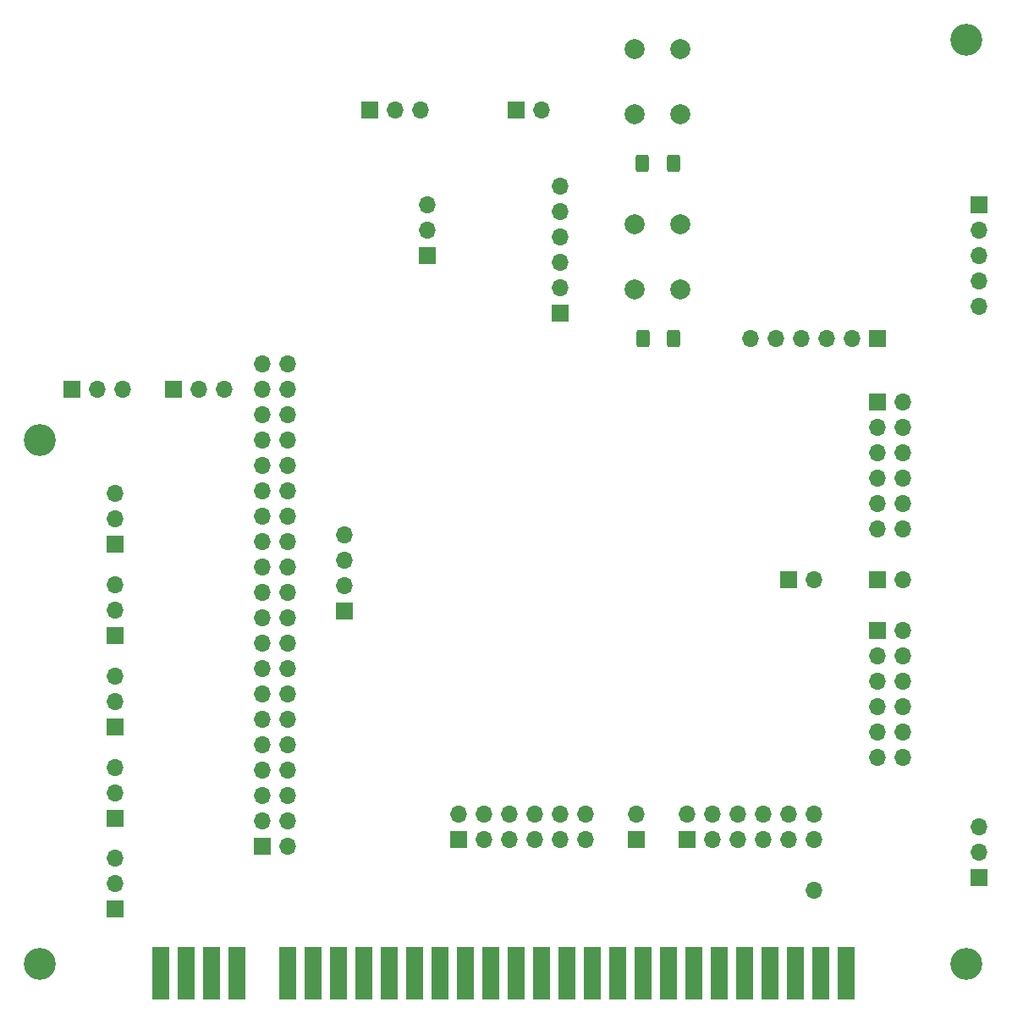
<source format=gts>
%TF.GenerationSoftware,KiCad,Pcbnew,6.0.0-d3dd2cf0fa~116~ubuntu20.04.1*%
%TF.CreationDate,2022-02-28T23:19:13+01:00*%
%TF.ProjectId,addon-edge-rpi-i2s-pmod,6164646f-6e2d-4656-9467-652d7270692d,0.7*%
%TF.SameCoordinates,Original*%
%TF.FileFunction,Soldermask,Top*%
%TF.FilePolarity,Negative*%
%FSLAX46Y46*%
G04 Gerber Fmt 4.6, Leading zero omitted, Abs format (unit mm)*
G04 Created by KiCad (PCBNEW 6.0.0-d3dd2cf0fa~116~ubuntu20.04.1) date 2022-02-28 23:19:13*
%MOMM*%
%LPD*%
G01*
G04 APERTURE LIST*
G04 Aperture macros list*
%AMRoundRect*
0 Rectangle with rounded corners*
0 $1 Rounding radius*
0 $2 $3 $4 $5 $6 $7 $8 $9 X,Y pos of 4 corners*
0 Add a 4 corners polygon primitive as box body*
4,1,4,$2,$3,$4,$5,$6,$7,$8,$9,$2,$3,0*
0 Add four circle primitives for the rounded corners*
1,1,$1+$1,$2,$3*
1,1,$1+$1,$4,$5*
1,1,$1+$1,$6,$7*
1,1,$1+$1,$8,$9*
0 Add four rect primitives between the rounded corners*
20,1,$1+$1,$2,$3,$4,$5,0*
20,1,$1+$1,$4,$5,$6,$7,0*
20,1,$1+$1,$6,$7,$8,$9,0*
20,1,$1+$1,$8,$9,$2,$3,0*%
G04 Aperture macros list end*
%ADD10R,1.700000X1.700000*%
%ADD11O,1.700000X1.700000*%
%ADD12C,3.200000*%
%ADD13RoundRect,0.101600X-0.762000X-2.540000X0.762000X-2.540000X0.762000X2.540000X-0.762000X2.540000X0*%
%ADD14C,2.000000*%
%ADD15RoundRect,0.250000X-0.400000X-0.625000X0.400000X-0.625000X0.400000X0.625000X-0.400000X0.625000X0*%
G04 APERTURE END LIST*
D10*
%TO.C,JP5*%
X187325000Y-102870000D03*
D11*
X189865000Y-102870000D03*
%TD*%
D10*
%TO.C,JP22*%
X125730000Y-83820000D03*
D11*
X128270000Y-83820000D03*
X130810000Y-83820000D03*
%TD*%
%TO.C,J13*%
X189865000Y-133985000D03*
%TD*%
D12*
%TO.C,H2*%
X112400000Y-88900000D03*
%TD*%
D13*
%TO.C,EDGE1*%
X124460000Y-142240000D03*
X127000000Y-142240000D03*
X129540000Y-142240000D03*
X132080000Y-142240000D03*
X137160000Y-142240000D03*
X139700000Y-142240000D03*
X142240000Y-142240000D03*
X144780000Y-142240000D03*
X147320000Y-142240000D03*
X149860000Y-142240000D03*
X152400000Y-142240000D03*
X154940000Y-142240000D03*
X157480000Y-142240000D03*
X160020000Y-142240000D03*
X162560000Y-142240000D03*
X165100000Y-142240000D03*
X167640000Y-142240000D03*
X170180000Y-142240000D03*
X172720000Y-142240000D03*
X175260000Y-142240000D03*
X177800000Y-142240000D03*
X180340000Y-142240000D03*
X182880000Y-142240000D03*
X185420000Y-142240000D03*
X187960000Y-142240000D03*
X190500000Y-142240000D03*
X193040000Y-142240000D03*
%TD*%
D14*
%TO.C,BUT1*%
X176429000Y-56305000D03*
X176429000Y-49805000D03*
X171929000Y-56305000D03*
X171929000Y-49805000D03*
%TD*%
D10*
%TO.C,JP45*%
X119945000Y-99300000D03*
D11*
X119945000Y-96760000D03*
X119945000Y-94220000D03*
%TD*%
D10*
%TO.C,J12*%
X196215000Y-102870000D03*
D11*
X198755000Y-102870000D03*
%TD*%
D10*
%TO.C,JP12*%
X160020000Y-55880000D03*
D11*
X162560000Y-55880000D03*
%TD*%
D10*
%TO.C,J6*%
X196215000Y-78740000D03*
D11*
X193675000Y-78740000D03*
X191135000Y-78740000D03*
X188595000Y-78740000D03*
X186055000Y-78740000D03*
X183515000Y-78740000D03*
%TD*%
D15*
%TO.C,R1*%
X172644000Y-61235000D03*
X175744000Y-61235000D03*
%TD*%
D14*
%TO.C,BUT2*%
X176429000Y-73810000D03*
X176429000Y-67310000D03*
X171929000Y-67310000D03*
X171929000Y-73810000D03*
%TD*%
D10*
%TO.C,JP43*%
X119945000Y-117580000D03*
D11*
X119945000Y-115040000D03*
X119945000Y-112500000D03*
%TD*%
D10*
%TO.C,JP44*%
X119945000Y-108440000D03*
D11*
X119945000Y-105900000D03*
X119945000Y-103360000D03*
%TD*%
D10*
%TO.C,J1*%
X154305000Y-128905000D03*
D11*
X156845000Y-128905000D03*
X159385000Y-128905000D03*
X161925000Y-128905000D03*
X164465000Y-128905000D03*
X167005000Y-128905000D03*
X154305000Y-126365000D03*
X156845000Y-126365000D03*
X159385000Y-126365000D03*
X161925000Y-126365000D03*
X164465000Y-126365000D03*
X167005000Y-126365000D03*
%TD*%
D10*
%TO.C,J2*%
X177165000Y-128885000D03*
D11*
X179705000Y-128885000D03*
X182245000Y-128885000D03*
X184785000Y-128885000D03*
X187325000Y-128885000D03*
X189865000Y-128885000D03*
X177165000Y-126345000D03*
X179705000Y-126345000D03*
X182245000Y-126345000D03*
X184785000Y-126345000D03*
X187325000Y-126345000D03*
X189865000Y-126345000D03*
%TD*%
D10*
%TO.C,J5*%
X164465000Y-76200000D03*
D11*
X164465000Y-73660000D03*
X164465000Y-71120000D03*
X164465000Y-68580000D03*
X164465000Y-66040000D03*
X164465000Y-63500000D03*
%TD*%
D10*
%TO.C,J10*%
X172060000Y-128885000D03*
D11*
X172060000Y-126345000D03*
%TD*%
D10*
%TO.C,J7*%
X206375000Y-132715000D03*
D11*
X206375000Y-130175000D03*
X206375000Y-127635000D03*
%TD*%
D10*
%TO.C,RPI1*%
X134620000Y-129540000D03*
D11*
X137160000Y-129540000D03*
X134620000Y-127000000D03*
X137160000Y-127000000D03*
X134620000Y-124460000D03*
X137160000Y-124460000D03*
X134620000Y-121920000D03*
X137160000Y-121920000D03*
X134620000Y-119380000D03*
X137160000Y-119380000D03*
X134620000Y-116840000D03*
X137160000Y-116840000D03*
X134620000Y-114300000D03*
X137160000Y-114300000D03*
X134620000Y-111760000D03*
X137160000Y-111760000D03*
X134620000Y-109220000D03*
X137160000Y-109220000D03*
X134620000Y-106680000D03*
X137160000Y-106680000D03*
X134620000Y-104140000D03*
X137160000Y-104140000D03*
X134620000Y-101600000D03*
X137160000Y-101600000D03*
X134620000Y-99060000D03*
X137160000Y-99060000D03*
X134620000Y-96520000D03*
X137160000Y-96520000D03*
X134620000Y-93980000D03*
X137160000Y-93980000D03*
X134620000Y-91440000D03*
X137160000Y-91440000D03*
X134620000Y-88900000D03*
X137160000Y-88900000D03*
X134620000Y-86360000D03*
X137160000Y-86360000D03*
X134620000Y-83820000D03*
X137160000Y-83820000D03*
X134620000Y-81280000D03*
X137160000Y-81280000D03*
%TD*%
D12*
%TO.C,H1*%
X205105000Y-48895000D03*
%TD*%
D10*
%TO.C,JP42*%
X119945000Y-126720000D03*
D11*
X119945000Y-124180000D03*
X119945000Y-121640000D03*
%TD*%
D12*
%TO.C,H3*%
X205100000Y-141300000D03*
%TD*%
D15*
%TO.C,R2*%
X172694000Y-78740000D03*
X175794000Y-78740000D03*
%TD*%
D10*
%TO.C,J9*%
X206367200Y-65405000D03*
D11*
X206367200Y-67945000D03*
X206367200Y-70485000D03*
X206367200Y-73025000D03*
X206367200Y-75565000D03*
%TD*%
D12*
%TO.C,H4*%
X112400000Y-141300000D03*
%TD*%
D10*
%TO.C,JP23*%
X151130000Y-70485000D03*
D11*
X151130000Y-67945000D03*
X151130000Y-65405000D03*
%TD*%
D10*
%TO.C,JP21*%
X115570000Y-83820000D03*
D11*
X118110000Y-83820000D03*
X120650000Y-83820000D03*
%TD*%
D10*
%TO.C,J4*%
X196215000Y-85090000D03*
D11*
X196215000Y-87630000D03*
X196215000Y-90170000D03*
X196215000Y-92710000D03*
X196215000Y-95250000D03*
X196215000Y-97790000D03*
X198755000Y-85090000D03*
X198755000Y-87630000D03*
X198755000Y-90170000D03*
X198755000Y-92710000D03*
X198755000Y-95250000D03*
X198755000Y-97790000D03*
%TD*%
D10*
%TO.C,J8*%
X142875000Y-106045000D03*
D11*
X142875000Y-103505000D03*
X142875000Y-100965000D03*
X142875000Y-98425000D03*
%TD*%
D10*
%TO.C,J3*%
X196215000Y-107950000D03*
D11*
X196215000Y-110490000D03*
X196215000Y-113030000D03*
X196215000Y-115570000D03*
X196215000Y-118110000D03*
X196215000Y-120650000D03*
X198755000Y-107950000D03*
X198755000Y-110490000D03*
X198755000Y-113030000D03*
X198755000Y-115570000D03*
X198755000Y-118110000D03*
X198755000Y-120650000D03*
%TD*%
D10*
%TO.C,JP11*%
X145415000Y-55880000D03*
D11*
X147955000Y-55880000D03*
X150495000Y-55880000D03*
%TD*%
D10*
%TO.C,JP41*%
X119945000Y-135845000D03*
D11*
X119945000Y-133305000D03*
X119945000Y-130765000D03*
%TD*%
M02*

</source>
